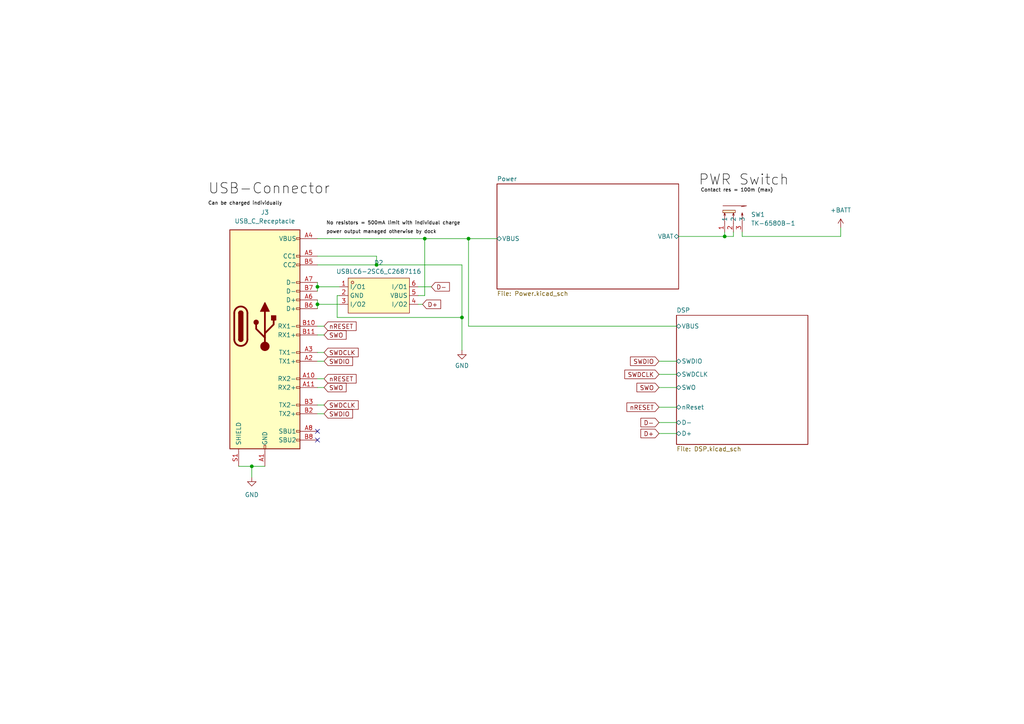
<source format=kicad_sch>
(kicad_sch (version 20230121) (generator eeschema)
  (paper "A4")
  (title_block (title "BLEEarrings (Blade Runner)") (date "2023-10-30") (rev "00.00") (company "Kitty and Dom"))
  (lib_symbols
    (symbol "Connector:USB_C_Receptacle" (pin_names (offset 1.016))
      (property "Reference" "J" (at -10.16 29.21 0))
      (property "Value" "USB_C_Receptacle" (at 10.16 29.21 0))
      (symbol "USB_C_Receptacle_0_0"
        (rectangle (start -0.254 -35.56) (end 0.254 -34.544))
        (rectangle (start 10.16 -32.766) (end 9.144 -33.274))
        (rectangle (start 10.16 -30.226) (end 9.144 -30.734))
        (rectangle (start 10.16 -25.146) (end 9.144 -25.654))
        (rectangle (start 10.16 -22.606) (end 9.144 -23.114))
        (rectangle (start 10.16 -17.526) (end 9.144 -18.034))
        (rectangle (start 10.16 -14.986) (end 9.144 -15.494))
        (rectangle (start 10.16 -9.906) (end 9.144 -10.414))
        (rectangle (start 10.16 -7.366) (end 9.144 -7.874))
        (rectangle (start 10.16 -2.286) (end 9.144 -2.794))
        (rectangle (start 10.16 0.254) (end 9.144 -0.254))
        (rectangle (start 10.16 5.334) (end 9.144 4.826))
        (rectangle (start 10.16 7.874) (end 9.144 7.366))
        (rectangle (start 10.16 10.414) (end 9.144 9.906))
        (rectangle (start 10.16 12.954) (end 9.144 12.446))
        (rectangle (start 10.16 18.034) (end 9.144 17.526))
        (rectangle (start 10.16 20.574) (end 9.144 20.066))
        (rectangle (start 10.16 25.654) (end 9.144 25.146))
      )
      (symbol "USB_C_Receptacle_0_1"
        (rectangle (start -10.16 27.94) (end 10.16 -35.56) (stroke (width 0.254)) (fill (type background)))
        (arc (start -8.89 -3.81) (mid -6.985 -5.7067) (end -5.08 -3.81) (stroke (width 0.508)))
        (arc (start -7.62 -3.81) (mid -6.985 -4.4423) (end -6.35 -3.81) (stroke (width 0.254)))
        (arc (start -7.62 -3.81) (mid -6.985 -4.4423) (end -6.35 -3.81) (stroke (width 0.254)) (fill (type outline)))
        (rectangle (start -7.62 -3.81) (end -6.35 3.81) (stroke (width 0.254)) (fill (type outline)))
        (arc (start -6.35 3.81) (mid -6.985 4.4423) (end -7.62 3.81) (stroke (width 0.254)))
        (arc (start -6.35 3.81) (mid -6.985 4.4423) (end -7.62 3.81) (stroke (width 0.254)) (fill (type outline)))
        (arc (start -5.08 3.81) (mid -6.985 5.7067) (end -8.89 3.81) (stroke (width 0.508)))
        (polyline (pts (xy -8.89 -3.81) (xy -8.89 3.81)) (stroke (width 0.508)))
        (polyline (pts (xy -5.08 3.81) (xy -5.08 -3.81)) (stroke (width 0.508)))
      )
      (symbol "USB_C_Receptacle_1_1"
        (circle (center -2.54 1.143) (radius 0.635) (stroke (width 0.254)) (fill (type outline)))
        (circle (center 0 -5.842) (radius 1.27) (fill (type outline)))
        (polyline (pts (xy 0 -5.842) (xy 0 4.318)) (stroke (width 0.508)))
        (polyline (pts (xy 0 -3.302) (xy -2.54 -0.762) (xy -2.54 0.508)) (stroke (width 0.508)))
        (polyline (pts (xy 0 -2.032) (xy 2.54 0.508) (xy 2.54 1.778)) (stroke (width 0.508)))
        (polyline (pts (xy -1.27 4.318) (xy 0 6.858) (xy 1.27 4.318) (xy -1.27 4.318)) (stroke (width 0.254)) (fill (type outline)))
        (rectangle (start 1.905 1.778) (end 3.175 3.048) (stroke (width 0.254)) (fill (type outline)))
        (pin passive line (at 0 -40.64 90) (length 5.08) (name "GND") (number "A1"))
        (pin bidirectional line (at 15.24 -15.24 180) (length 5.08) (name "RX2-") (number "A10"))
        (pin bidirectional line (at 15.24 -17.78 180) (length 5.08) (name "RX2+") (number "A11"))
        (pin passive line (at 0 -40.64 90) (length 5.08) hide (name "GND") (number "A12"))
        (pin bidirectional line (at 15.24 -10.16 180) (length 5.08) (name "TX1+") (number "A2"))
        (pin bidirectional line (at 15.24 -7.62 180) (length 5.08) (name "TX1-") (number "A3"))
        (pin passive line (at 15.24 25.4 180) (length 5.08) (name "VBUS") (number "A4"))
        (pin bidirectional line (at 15.24 20.32 180) (length 5.08) (name "CC1") (number "A5"))
        (pin bidirectional line (at 15.24 7.62 180) (length 5.08) (name "D+") (number "A6"))
        (pin bidirectional line (at 15.24 12.7 180) (length 5.08) (name "D-") (number "A7"))
        (pin bidirectional line (at 15.24 -30.48 180) (length 5.08) (name "SBU1") (number "A8"))
        (pin passive line (at 15.24 25.4 180) (length 5.08) hide (name "VBUS") (number "A9"))
        (pin passive line (at 0 -40.64 90) (length 5.08) hide (name "GND") (number "B1"))
        (pin bidirectional line (at 15.24 0 180) (length 5.08) (name "RX1-") (number "B10"))
        (pin bidirectional line (at 15.24 -2.54 180) (length 5.08) (name "RX1+") (number "B11"))
        (pin passive line (at 0 -40.64 90) (length 5.08) hide (name "GND") (number "B12"))
        (pin bidirectional line (at 15.24 -25.4 180) (length 5.08) (name "TX2+") (number "B2"))
        (pin bidirectional line (at 15.24 -22.86 180) (length 5.08) (name "TX2-") (number "B3"))
        (pin passive line (at 15.24 25.4 180) (length 5.08) hide (name "VBUS") (number "B4"))
        (pin bidirectional line (at 15.24 17.78 180) (length 5.08) (name "CC2") (number "B5"))
        (pin bidirectional line (at 15.24 5.08 180) (length 5.08) (name "D+") (number "B6"))
        (pin bidirectional line (at 15.24 10.16 180) (length 5.08) (name "D-") (number "B7"))
        (pin bidirectional line (at 15.24 -33.02 180) (length 5.08) (name "SBU2") (number "B8"))
        (pin passive line (at 15.24 25.4 180) (length 5.08) hide (name "VBUS") (number "B9"))
        (pin passive line (at -7.62 -40.64 90) (length 5.08) (name "SHIELD") (number "S1"))
      )
    )
    (symbol "easyeda2kicad:TK-6580B-1"
      (property "Reference" "SW" (at 0 0 0))
      (property "Value" "TK-6580B-1" (at 0 -10.16 0))
      (symbol "TK-6580B-1_0_1"
        (rectangle (start -3.05 1.27) (end 0.51 0.51) (fill (type background)))
        (polyline (pts (xy -2.54 0.51) (xy -2.79 -0.25)))
        (polyline (pts (xy 0 0.51) (xy -0.25 -0.25)))
        (polyline (pts (xy 2.54 0.51) (xy 2.29 -0.25)))
        (polyline (pts (xy -3.05 2.54) (xy 3.81 2.54) (xy 2.29 2.29)))
        (polyline (pts (xy -2.54 -2.54) (xy -2.54 0.51) (xy -2.29 -0.25)))
        (polyline (pts (xy 0 -2.54) (xy 0 0.51) (xy 0.25 -0.25)))
        (polyline (pts (xy 2.54 -2.54) (xy 2.54 0.51) (xy 2.79 -0.25)))
        (pin unspecified line (at -2.54 -5.08 90) (length 2.54) (name "1") (number "1"))
        (pin unspecified line (at 0 -5.08 90) (length 2.54) (name "2") (number "2"))
        (pin unspecified line (at 2.54 -5.08 90) (length 2.54) (name "3") (number "3"))
      )
    )
    (symbol "easyeda2kicad:USBLC6-2SC6_C2687116"
      (property "Reference" "D" (at 0 7.62 0))
      (property "Value" "USBLC6-2SC6_C2687116" (at 0 -7.62 0))
      (symbol "USBLC6-2SC6_C2687116_0_1"
        (rectangle (start -8.89 5.08) (end 8.89 -5.08) (fill (type background)))
        (circle (center -7.62 3.81) (radius 0.38))
        (pin unspecified line (at -11.43 2.54 0) (length 2.54) (name "I/O1") (number "1"))
        (pin unspecified line (at -11.43 0 0) (length 2.54) (name "GND") (number "2"))
        (pin unspecified line (at -11.43 -2.54 0) (length 2.54) (name "I/O2") (number "3"))
        (pin unspecified line (at 11.43 -2.54 180) (length 2.54) (name "I/O2") (number "4"))
        (pin unspecified line (at 11.43 0 180) (length 2.54) (name "VBUS") (number "5"))
        (pin unspecified line (at 11.43 2.54 180) (length 2.54) (name "I/O1") (number "6"))
      )
    )
    (symbol "power:+BATT" (power) (pin_names (offset 0))
      (property "Value" "+BATT" (at 0 3.556 0))
      (symbol "+BATT_0_1"
        (polyline (pts (xy -0.762 1.27) (xy 0 2.54)))
        (polyline (pts (xy 0 0) (xy 0 2.54)))
        (polyline (pts (xy 0 2.54) (xy 0.762 1.27)))
      )
      (symbol "+BATT_1_1"
        (pin power_in line (at 0 0 90) (length 0) hide (name "+BATT") (number "1"))
      )
    )
    (symbol "power:GND" (power) (pin_names (offset 0))
      (property "Value" "GND" (at 0 -3.81 0))
      (symbol "GND_0_1"
        (polyline (pts (xy 0 0) (xy 0 -1.27) (xy 1.27 -1.27) (xy 0 -2.54) (xy -1.27 -1.27) (xy 0 -1.27)))
      )
      (symbol "GND_1_1"
        (pin power_in line (at 0 0 270) (length 0) hide (name "GND") (number "1"))
      )
    )
  )
  (junction (at 73.025 135.255))
  (junction (at 92.075 88.265))
  (junction (at 109.22 76.835))
  (junction (at 133.985 92.075))
  (junction (at 92.075 83.185))
  (junction (at 135.89 69.215))
  (junction (at 210.185 68.58))
  (junction (at 123.19 69.215))
  (no_connect (at 92.075 127.635))
  (no_connect (at 92.075 125.095))
  (wire (pts (xy 191.135 112.395) (xy 196.215 112.395)))
  (wire (pts (xy 92.075 74.295) (xy 109.22 74.295)))
  (wire (pts (xy 109.22 74.295) (xy 109.22 76.835)))
  (wire (pts (xy 93.98 104.775) (xy 92.075 104.775)))
  (wire (pts (xy 212.725 67.31) (xy 212.725 68.58)))
  (wire (pts (xy 196.85 68.58) (xy 210.185 68.58)))
  (wire (pts (xy 191.135 104.775) (xy 196.215 104.775)))
  (wire (pts (xy 69.215 135.255) (xy 73.025 135.255)))
  (wire (pts (xy 135.89 69.215) (xy 135.89 94.615)))
  (wire (pts (xy 92.075 86.995) (xy 92.075 88.265)))
  (wire (pts (xy 121.285 83.185) (xy 125.095 83.185)))
  (wire (pts (xy 93.98 102.235) (xy 92.075 102.235)))
  (wire (pts (xy 121.285 88.265) (xy 122.555 88.265)))
  (wire (pts (xy 93.98 117.475) (xy 92.075 117.475)))
  (wire (pts (xy 97.79 85.725) (xy 97.79 92.075)))
  (wire (pts (xy 191.135 122.555) (xy 196.215 122.555)))
  (wire (pts (xy 133.985 92.075) (xy 133.985 101.6)))
  (wire (pts (xy 73.025 135.255) (xy 76.835 135.255)))
  (wire (pts (xy 196.215 94.615) (xy 135.89 94.615)))
  (wire (pts (xy 243.84 68.58) (xy 243.84 66.04)))
  (wire (pts (xy 133.985 92.075) (xy 133.985 76.835)))
  (wire (pts (xy 135.89 69.215) (xy 144.145 69.215)))
  (wire (pts (xy 93.98 97.155) (xy 92.075 97.155)))
  (wire (pts (xy 92.075 88.265) (xy 98.425 88.265)))
  (wire (pts (xy 123.19 69.215) (xy 123.19 85.725)))
  (wire (pts (xy 210.185 68.58) (xy 210.185 67.31)))
  (wire (pts (xy 191.135 108.585) (xy 196.215 108.585)))
  (wire (pts (xy 92.075 88.265) (xy 92.075 89.535)))
  (wire (pts (xy 92.075 69.215) (xy 123.19 69.215)))
  (wire (pts (xy 191.135 118.11) (xy 196.215 118.11)))
  (wire (pts (xy 92.075 76.835) (xy 109.22 76.835)))
  (wire (pts (xy 123.19 69.215) (xy 135.89 69.215)))
  (wire (pts (xy 92.075 81.915) (xy 92.075 83.185)))
  (wire (pts (xy 92.075 83.185) (xy 92.075 84.455)))
  (wire (pts (xy 215.265 68.58) (xy 243.84 68.58)))
  (wire (pts (xy 93.98 109.855) (xy 92.075 109.855)))
  (wire (pts (xy 92.075 94.615) (xy 93.98 94.615)))
  (wire (pts (xy 93.98 120.015) (xy 92.075 120.015)))
  (wire (pts (xy 98.425 85.725) (xy 97.79 85.725)))
  (wire (pts (xy 191.135 125.73) (xy 196.215 125.73)))
  (wire (pts (xy 215.265 68.58) (xy 215.265 67.31)))
  (wire (pts (xy 73.025 138.43) (xy 73.025 135.255)))
  (wire (pts (xy 109.22 76.835) (xy 133.985 76.835)))
  (wire (pts (xy 97.79 92.075) (xy 133.985 92.075)))
  (wire (pts (xy 121.285 85.725) (xy 123.19 85.725)))
  (wire (pts (xy 210.185 68.58) (xy 212.725 68.58)))
  (wire (pts (xy 92.075 83.185) (xy 98.425 83.185)))
  (wire (pts (xy 93.98 112.395) (xy 92.075 112.395)))
  (label "Contact res = 100m (max)" (at 203.2 55.88 0) (effects (font (size 1 1))))
  (label "Can be charged individually" (at 60.325 59.69 0) (effects (font (size 1 1))))
  (label "PWR Switch" (at 202.565 54.61 0) (effects (font (size 3 3))))
  (label "USB-Connector" (at 60.325 57.15 0) (effects (font (size 3 3))))
  (label "No resistors = 500mA limit with individual charge" (at 94.615 65.405 0) (effects (font (size 1 1))))
  (label "power output managed otherwise by dock" (at 94.615 67.945 0) (effects (font (size 1 1))))
  (global_label "D-" (shape input) (at 191.135 122.555 180) (property "Intersheetrefs" "${INTERSHEET_REFS}" (effects hide)))
  (global_label "nRESET" (shape input) (at 93.98 94.615 0) (property "Intersheetrefs" "${INTERSHEET_REFS}" (effects hide)))
  (global_label "SWDCLK" (shape input) (at 93.98 117.475 0) (property "Intersheetrefs" "${INTERSHEET_REFS}" (effects hide)))
  (global_label "SWO" (shape input) (at 191.135 112.395 180) (property "Intersheetrefs" "${INTERSHEET_REFS}" (effects hide)))
  (global_label "D+" (shape input) (at 191.135 125.73 180) (property "Intersheetrefs" "${INTERSHEET_REFS}" (effects hide)))
  (global_label "SWDCLK" (shape input) (at 93.98 102.235 0) (property "Intersheetrefs" "${INTERSHEET_REFS}" (effects hide)))
  (global_label "SWO" (shape input) (at 93.98 112.395 0) (property "Intersheetrefs" "${INTERSHEET_REFS}" (effects hide)))
  (global_label "nRESET" (shape input) (at 93.98 109.855 0) (property "Intersheetrefs" "${INTERSHEET_REFS}" (effects hide)))
  (global_label "D+" (shape input) (at 122.555 88.265 0) (property "Intersheetrefs" "${INTERSHEET_REFS}" (effects hide)))
  (global_label "SWDIO" (shape input) (at 191.135 104.775 180) (property "Intersheetrefs" "${INTERSHEET_REFS}" (effects hide)))
  (global_label "D-" (shape input) (at 125.095 83.185 0) (property "Intersheetrefs" "${INTERSHEET_REFS}" (effects hide)))
  (global_label "SWDIO" (shape input) (at 93.98 120.015 0) (property "Intersheetrefs" "${INTERSHEET_REFS}" (effects hide)))
  (global_label "SWDCLK" (shape input) (at 191.135 108.585 180) (property "Intersheetrefs" "${INTERSHEET_REFS}" (effects hide)))
  (global_label "nRESET" (shape input) (at 191.135 118.11 180) (property "Intersheetrefs" "${INTERSHEET_REFS}" (effects hide)))
  (global_label "SWO" (shape input) (at 93.98 97.155 0) (property "Intersheetrefs" "${INTERSHEET_REFS}" (effects hide)))
  (global_label "SWDIO" (shape input) (at 93.98 104.775 0) (property "Intersheetrefs" "${INTERSHEET_REFS}" (effects hide)))
  (symbol (lib_id "easyeda2kicad:TK-6580B-1") (at 212.725 62.23 0) (unit 1)
    (property "Reference" "SW1" (at 217.805 62.23 0) (effects (justify left)))
    (property "Value" "TK-6580B-1" (at 217.805 64.77 0) (effects (justify left)))
    (property "Footprint" "easyeda2kicad:SW-TH_TK-6580B-1" (effects hide))
    (property "LCSC Part" "C2689829" (effects hide))
  )
  (symbol (lib_id "easyeda2kicad:USBLC6-2SC6_C2687116") (at 109.855 85.725 0) (unit 1)
    (property "Reference" "D2" (at 109.855 76.2 0))
    (property "Value" "USBLC6-2SC6_C2687116" (at 109.855 78.74 0))
    (property "Footprint" "easyeda2kicad:SOT-23-6_L2.9-W1.6-P0.95-LS2.8-BL" (effects hide))
    (property "LCSC Part" "C2687116" (effects hide))
  )
  (symbol (lib_id "power:+BATT") (at 243.84 66.04 0) (unit 1)
    (property "Reference" "#PWR02" (effects hide))
    (property "Value" "+BATT" (at 243.84 60.96 0))
  )
  (symbol (lib_id "Connector:USB_C_Receptacle") (at 76.835 94.615 0) (unit 1)
    (property "Reference" "J3" (at 76.835 61.595 0))
    (property "Value" "USB_C_Receptacle" (at 76.835 64.135 0))
    (property "Footprint" "easyeda2kicad:TYPE-C-SMD_C9900025773" (effects hide))
    (property "Datasheet" "https://www.usb.org/sites/default/files/documents/usb_type-c.zip" (effects hide))
  )
  (symbol (lib_id "power:GND") (at 133.985 101.6 0) (unit 1)
    (property "Reference" "#PWR023" (effects hide))
    (property "Value" "GND" (at 133.985 106.045 0))
  )
  (symbol (lib_id "power:GND") (at 73.025 138.43 0) (unit 1)
    (property "Reference" "#PWR01" (effects hide))
    (property "Value" "GND" (at 73.025 143.51 0))
  )
  (sheet (at 196.215 91.44) (size 38.1 37.465) (stroke (width 0.1524))
    (property "Sheetname" "DSP" (at 196.215 90.7284 0) (effects (justify left bottom)))
    (property "Sheetfile" "DSP.kicad_sch" (at 196.215 129.4896 0) (effects (justify left top)))
    (pin "nReset" bidirectional (at 196.215 118.11 180))
    (pin "SWDIO" bidirectional (at 196.215 104.775 180))
    (pin "SWDCLK" bidirectional (at 196.215 108.585 180))
    (pin "SWO" bidirectional (at 196.215 112.395 180))
    (pin "D-" bidirectional (at 196.215 122.555 180))
    (pin "D+" bidirectional (at 196.215 125.73 180))
    (pin "VBUS" bidirectional (at 196.215 94.615 180))
  )
  (sheet (at 144.145 53.34) (size 52.705 30.48) (stroke (width 0.1524))
    (property "Sheetname" "Power" (at 144.145 52.6284 0) (effects (justify left bottom)))
    (property "Sheetfile" "Power.kicad_sch" (at 144.145 84.4046 0) (effects (justify left top)))
    (pin "VBUS" bidirectional (at 144.145 69.215 180))
    (pin "VBAT" bidirectional (at 196.85 68.58 0))
  )
)
</source>
